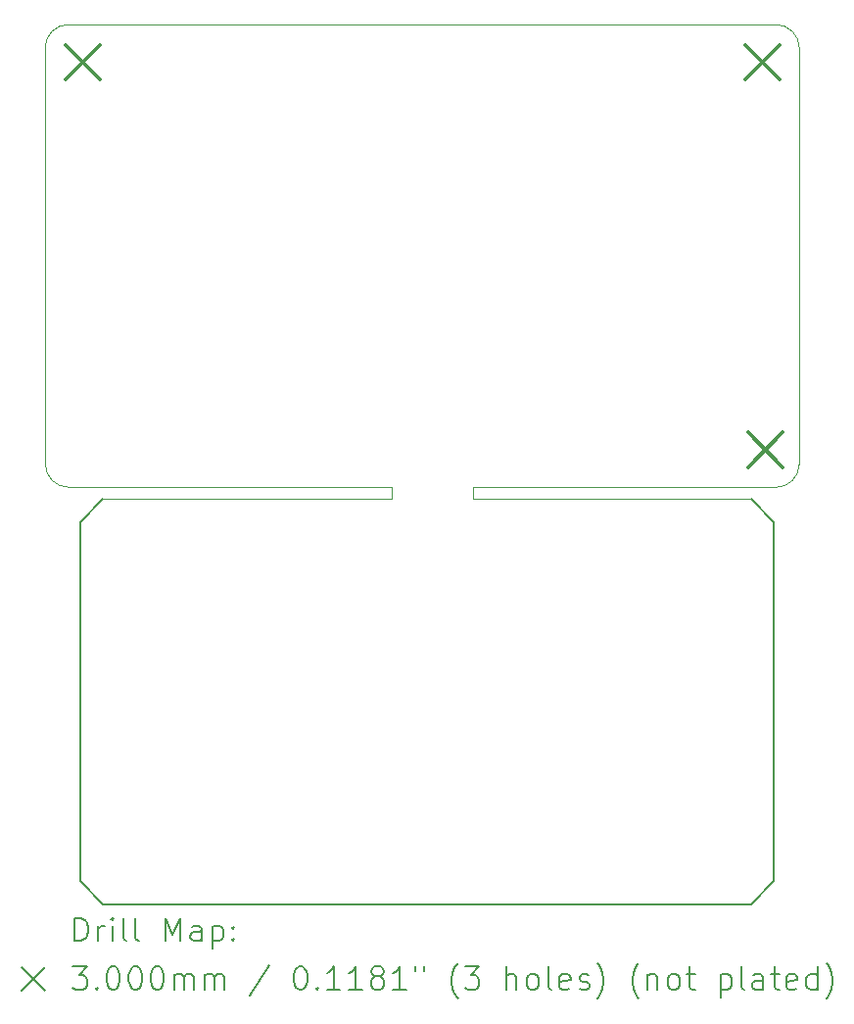
<source format=gbr>
%TF.GenerationSoftware,KiCad,Pcbnew,8.0.1*%
%TF.CreationDate,2024-04-01T21:08:24-04:00*%
%TF.ProjectId,esp32-node-board-40x65,65737033-322d-46e6-9f64-652d626f6172,rev?*%
%TF.SameCoordinates,Original*%
%TF.FileFunction,Drillmap*%
%TF.FilePolarity,Positive*%
%FSLAX45Y45*%
G04 Gerber Fmt 4.5, Leading zero omitted, Abs format (unit mm)*
G04 Created by KiCad (PCBNEW 8.0.1) date 2024-04-01 21:08:24*
%MOMM*%
%LPD*%
G01*
G04 APERTURE LIST*
%ADD10C,0.100000*%
%ADD11C,0.150000*%
%ADD12C,0.200000*%
%ADD13C,0.300000*%
G04 APERTURE END LIST*
D10*
X11700000Y-8025000D02*
X14318579Y-8023579D01*
X11700000Y-8125000D02*
X11700000Y-8025000D01*
X14100000Y-8125000D02*
X11700000Y-8125000D01*
X8201421Y-8023579D02*
X11000000Y-8025000D01*
X11000000Y-8125000D02*
X11000000Y-8025000D01*
X8500000Y-8125000D02*
X11000000Y-8125000D01*
D11*
X14100000Y-11625000D02*
X8500000Y-11625000D01*
X8300000Y-8325000D02*
X8300000Y-11425000D01*
X14300000Y-8325000D02*
X14300000Y-11425000D01*
X8300000Y-11425000D02*
X8500000Y-11625000D01*
X14300000Y-11425000D02*
X14100000Y-11625000D01*
X8500000Y-8125000D02*
X8300000Y-8325000D01*
X14100000Y-8125000D02*
X14300000Y-8325000D01*
D10*
X8000000Y-4225000D02*
X8001421Y-7823579D01*
X14318579Y-4026421D02*
G75*
G02*
X14518579Y-4226421I1J-199999D01*
G01*
X8201421Y-8023579D02*
G75*
G02*
X8001421Y-7823579I-1J199999D01*
G01*
X14518579Y-4226421D02*
X14518579Y-7823579D01*
X8000000Y-4225000D02*
G75*
G02*
X8200000Y-4025000I200000J0D01*
G01*
X14518579Y-7823579D02*
G75*
G02*
X14318579Y-8023579I-199999J-1D01*
G01*
X14318579Y-4026421D02*
X8200000Y-4025000D01*
D12*
D13*
X8175000Y-4203000D02*
X8475000Y-4503000D01*
X8475000Y-4203000D02*
X8175000Y-4503000D01*
X14050000Y-4200000D02*
X14350000Y-4500000D01*
X14350000Y-4200000D02*
X14050000Y-4500000D01*
X14075000Y-7550000D02*
X14375000Y-7850000D01*
X14375000Y-7550000D02*
X14075000Y-7850000D01*
D12*
X8255777Y-11943984D02*
X8255777Y-11743984D01*
X8255777Y-11743984D02*
X8303396Y-11743984D01*
X8303396Y-11743984D02*
X8331967Y-11753508D01*
X8331967Y-11753508D02*
X8351015Y-11772555D01*
X8351015Y-11772555D02*
X8360539Y-11791603D01*
X8360539Y-11791603D02*
X8370062Y-11829698D01*
X8370062Y-11829698D02*
X8370062Y-11858269D01*
X8370062Y-11858269D02*
X8360539Y-11896365D01*
X8360539Y-11896365D02*
X8351015Y-11915412D01*
X8351015Y-11915412D02*
X8331967Y-11934460D01*
X8331967Y-11934460D02*
X8303396Y-11943984D01*
X8303396Y-11943984D02*
X8255777Y-11943984D01*
X8455777Y-11943984D02*
X8455777Y-11810650D01*
X8455777Y-11848746D02*
X8465301Y-11829698D01*
X8465301Y-11829698D02*
X8474824Y-11820174D01*
X8474824Y-11820174D02*
X8493872Y-11810650D01*
X8493872Y-11810650D02*
X8512920Y-11810650D01*
X8579586Y-11943984D02*
X8579586Y-11810650D01*
X8579586Y-11743984D02*
X8570063Y-11753508D01*
X8570063Y-11753508D02*
X8579586Y-11763031D01*
X8579586Y-11763031D02*
X8589110Y-11753508D01*
X8589110Y-11753508D02*
X8579586Y-11743984D01*
X8579586Y-11743984D02*
X8579586Y-11763031D01*
X8703396Y-11943984D02*
X8684348Y-11934460D01*
X8684348Y-11934460D02*
X8674824Y-11915412D01*
X8674824Y-11915412D02*
X8674824Y-11743984D01*
X8808158Y-11943984D02*
X8789110Y-11934460D01*
X8789110Y-11934460D02*
X8779586Y-11915412D01*
X8779586Y-11915412D02*
X8779586Y-11743984D01*
X9036729Y-11943984D02*
X9036729Y-11743984D01*
X9036729Y-11743984D02*
X9103396Y-11886841D01*
X9103396Y-11886841D02*
X9170063Y-11743984D01*
X9170063Y-11743984D02*
X9170063Y-11943984D01*
X9351015Y-11943984D02*
X9351015Y-11839222D01*
X9351015Y-11839222D02*
X9341491Y-11820174D01*
X9341491Y-11820174D02*
X9322444Y-11810650D01*
X9322444Y-11810650D02*
X9284348Y-11810650D01*
X9284348Y-11810650D02*
X9265301Y-11820174D01*
X9351015Y-11934460D02*
X9331967Y-11943984D01*
X9331967Y-11943984D02*
X9284348Y-11943984D01*
X9284348Y-11943984D02*
X9265301Y-11934460D01*
X9265301Y-11934460D02*
X9255777Y-11915412D01*
X9255777Y-11915412D02*
X9255777Y-11896365D01*
X9255777Y-11896365D02*
X9265301Y-11877317D01*
X9265301Y-11877317D02*
X9284348Y-11867793D01*
X9284348Y-11867793D02*
X9331967Y-11867793D01*
X9331967Y-11867793D02*
X9351015Y-11858269D01*
X9446253Y-11810650D02*
X9446253Y-12010650D01*
X9446253Y-11820174D02*
X9465301Y-11810650D01*
X9465301Y-11810650D02*
X9503396Y-11810650D01*
X9503396Y-11810650D02*
X9522444Y-11820174D01*
X9522444Y-11820174D02*
X9531967Y-11829698D01*
X9531967Y-11829698D02*
X9541491Y-11848746D01*
X9541491Y-11848746D02*
X9541491Y-11905888D01*
X9541491Y-11905888D02*
X9531967Y-11924936D01*
X9531967Y-11924936D02*
X9522444Y-11934460D01*
X9522444Y-11934460D02*
X9503396Y-11943984D01*
X9503396Y-11943984D02*
X9465301Y-11943984D01*
X9465301Y-11943984D02*
X9446253Y-11934460D01*
X9627205Y-11924936D02*
X9636729Y-11934460D01*
X9636729Y-11934460D02*
X9627205Y-11943984D01*
X9627205Y-11943984D02*
X9617682Y-11934460D01*
X9617682Y-11934460D02*
X9627205Y-11924936D01*
X9627205Y-11924936D02*
X9627205Y-11943984D01*
X9627205Y-11820174D02*
X9636729Y-11829698D01*
X9636729Y-11829698D02*
X9627205Y-11839222D01*
X9627205Y-11839222D02*
X9617682Y-11829698D01*
X9617682Y-11829698D02*
X9627205Y-11820174D01*
X9627205Y-11820174D02*
X9627205Y-11839222D01*
X7795000Y-12172500D02*
X7995000Y-12372500D01*
X7995000Y-12172500D02*
X7795000Y-12372500D01*
X8236729Y-12163984D02*
X8360539Y-12163984D01*
X8360539Y-12163984D02*
X8293872Y-12240174D01*
X8293872Y-12240174D02*
X8322443Y-12240174D01*
X8322443Y-12240174D02*
X8341491Y-12249698D01*
X8341491Y-12249698D02*
X8351015Y-12259222D01*
X8351015Y-12259222D02*
X8360539Y-12278269D01*
X8360539Y-12278269D02*
X8360539Y-12325888D01*
X8360539Y-12325888D02*
X8351015Y-12344936D01*
X8351015Y-12344936D02*
X8341491Y-12354460D01*
X8341491Y-12354460D02*
X8322443Y-12363984D01*
X8322443Y-12363984D02*
X8265301Y-12363984D01*
X8265301Y-12363984D02*
X8246253Y-12354460D01*
X8246253Y-12354460D02*
X8236729Y-12344936D01*
X8446253Y-12344936D02*
X8455777Y-12354460D01*
X8455777Y-12354460D02*
X8446253Y-12363984D01*
X8446253Y-12363984D02*
X8436729Y-12354460D01*
X8436729Y-12354460D02*
X8446253Y-12344936D01*
X8446253Y-12344936D02*
X8446253Y-12363984D01*
X8579586Y-12163984D02*
X8598634Y-12163984D01*
X8598634Y-12163984D02*
X8617682Y-12173508D01*
X8617682Y-12173508D02*
X8627205Y-12183031D01*
X8627205Y-12183031D02*
X8636729Y-12202079D01*
X8636729Y-12202079D02*
X8646253Y-12240174D01*
X8646253Y-12240174D02*
X8646253Y-12287793D01*
X8646253Y-12287793D02*
X8636729Y-12325888D01*
X8636729Y-12325888D02*
X8627205Y-12344936D01*
X8627205Y-12344936D02*
X8617682Y-12354460D01*
X8617682Y-12354460D02*
X8598634Y-12363984D01*
X8598634Y-12363984D02*
X8579586Y-12363984D01*
X8579586Y-12363984D02*
X8560539Y-12354460D01*
X8560539Y-12354460D02*
X8551015Y-12344936D01*
X8551015Y-12344936D02*
X8541491Y-12325888D01*
X8541491Y-12325888D02*
X8531967Y-12287793D01*
X8531967Y-12287793D02*
X8531967Y-12240174D01*
X8531967Y-12240174D02*
X8541491Y-12202079D01*
X8541491Y-12202079D02*
X8551015Y-12183031D01*
X8551015Y-12183031D02*
X8560539Y-12173508D01*
X8560539Y-12173508D02*
X8579586Y-12163984D01*
X8770063Y-12163984D02*
X8789110Y-12163984D01*
X8789110Y-12163984D02*
X8808158Y-12173508D01*
X8808158Y-12173508D02*
X8817682Y-12183031D01*
X8817682Y-12183031D02*
X8827205Y-12202079D01*
X8827205Y-12202079D02*
X8836729Y-12240174D01*
X8836729Y-12240174D02*
X8836729Y-12287793D01*
X8836729Y-12287793D02*
X8827205Y-12325888D01*
X8827205Y-12325888D02*
X8817682Y-12344936D01*
X8817682Y-12344936D02*
X8808158Y-12354460D01*
X8808158Y-12354460D02*
X8789110Y-12363984D01*
X8789110Y-12363984D02*
X8770063Y-12363984D01*
X8770063Y-12363984D02*
X8751015Y-12354460D01*
X8751015Y-12354460D02*
X8741491Y-12344936D01*
X8741491Y-12344936D02*
X8731967Y-12325888D01*
X8731967Y-12325888D02*
X8722444Y-12287793D01*
X8722444Y-12287793D02*
X8722444Y-12240174D01*
X8722444Y-12240174D02*
X8731967Y-12202079D01*
X8731967Y-12202079D02*
X8741491Y-12183031D01*
X8741491Y-12183031D02*
X8751015Y-12173508D01*
X8751015Y-12173508D02*
X8770063Y-12163984D01*
X8960539Y-12163984D02*
X8979586Y-12163984D01*
X8979586Y-12163984D02*
X8998634Y-12173508D01*
X8998634Y-12173508D02*
X9008158Y-12183031D01*
X9008158Y-12183031D02*
X9017682Y-12202079D01*
X9017682Y-12202079D02*
X9027205Y-12240174D01*
X9027205Y-12240174D02*
X9027205Y-12287793D01*
X9027205Y-12287793D02*
X9017682Y-12325888D01*
X9017682Y-12325888D02*
X9008158Y-12344936D01*
X9008158Y-12344936D02*
X8998634Y-12354460D01*
X8998634Y-12354460D02*
X8979586Y-12363984D01*
X8979586Y-12363984D02*
X8960539Y-12363984D01*
X8960539Y-12363984D02*
X8941491Y-12354460D01*
X8941491Y-12354460D02*
X8931967Y-12344936D01*
X8931967Y-12344936D02*
X8922444Y-12325888D01*
X8922444Y-12325888D02*
X8912920Y-12287793D01*
X8912920Y-12287793D02*
X8912920Y-12240174D01*
X8912920Y-12240174D02*
X8922444Y-12202079D01*
X8922444Y-12202079D02*
X8931967Y-12183031D01*
X8931967Y-12183031D02*
X8941491Y-12173508D01*
X8941491Y-12173508D02*
X8960539Y-12163984D01*
X9112920Y-12363984D02*
X9112920Y-12230650D01*
X9112920Y-12249698D02*
X9122444Y-12240174D01*
X9122444Y-12240174D02*
X9141491Y-12230650D01*
X9141491Y-12230650D02*
X9170063Y-12230650D01*
X9170063Y-12230650D02*
X9189110Y-12240174D01*
X9189110Y-12240174D02*
X9198634Y-12259222D01*
X9198634Y-12259222D02*
X9198634Y-12363984D01*
X9198634Y-12259222D02*
X9208158Y-12240174D01*
X9208158Y-12240174D02*
X9227205Y-12230650D01*
X9227205Y-12230650D02*
X9255777Y-12230650D01*
X9255777Y-12230650D02*
X9274825Y-12240174D01*
X9274825Y-12240174D02*
X9284348Y-12259222D01*
X9284348Y-12259222D02*
X9284348Y-12363984D01*
X9379586Y-12363984D02*
X9379586Y-12230650D01*
X9379586Y-12249698D02*
X9389110Y-12240174D01*
X9389110Y-12240174D02*
X9408158Y-12230650D01*
X9408158Y-12230650D02*
X9436729Y-12230650D01*
X9436729Y-12230650D02*
X9455777Y-12240174D01*
X9455777Y-12240174D02*
X9465301Y-12259222D01*
X9465301Y-12259222D02*
X9465301Y-12363984D01*
X9465301Y-12259222D02*
X9474825Y-12240174D01*
X9474825Y-12240174D02*
X9493872Y-12230650D01*
X9493872Y-12230650D02*
X9522444Y-12230650D01*
X9522444Y-12230650D02*
X9541491Y-12240174D01*
X9541491Y-12240174D02*
X9551015Y-12259222D01*
X9551015Y-12259222D02*
X9551015Y-12363984D01*
X9941491Y-12154460D02*
X9770063Y-12411603D01*
X10198634Y-12163984D02*
X10217682Y-12163984D01*
X10217682Y-12163984D02*
X10236729Y-12173508D01*
X10236729Y-12173508D02*
X10246253Y-12183031D01*
X10246253Y-12183031D02*
X10255777Y-12202079D01*
X10255777Y-12202079D02*
X10265301Y-12240174D01*
X10265301Y-12240174D02*
X10265301Y-12287793D01*
X10265301Y-12287793D02*
X10255777Y-12325888D01*
X10255777Y-12325888D02*
X10246253Y-12344936D01*
X10246253Y-12344936D02*
X10236729Y-12354460D01*
X10236729Y-12354460D02*
X10217682Y-12363984D01*
X10217682Y-12363984D02*
X10198634Y-12363984D01*
X10198634Y-12363984D02*
X10179587Y-12354460D01*
X10179587Y-12354460D02*
X10170063Y-12344936D01*
X10170063Y-12344936D02*
X10160539Y-12325888D01*
X10160539Y-12325888D02*
X10151015Y-12287793D01*
X10151015Y-12287793D02*
X10151015Y-12240174D01*
X10151015Y-12240174D02*
X10160539Y-12202079D01*
X10160539Y-12202079D02*
X10170063Y-12183031D01*
X10170063Y-12183031D02*
X10179587Y-12173508D01*
X10179587Y-12173508D02*
X10198634Y-12163984D01*
X10351015Y-12344936D02*
X10360539Y-12354460D01*
X10360539Y-12354460D02*
X10351015Y-12363984D01*
X10351015Y-12363984D02*
X10341491Y-12354460D01*
X10341491Y-12354460D02*
X10351015Y-12344936D01*
X10351015Y-12344936D02*
X10351015Y-12363984D01*
X10551015Y-12363984D02*
X10436729Y-12363984D01*
X10493872Y-12363984D02*
X10493872Y-12163984D01*
X10493872Y-12163984D02*
X10474825Y-12192555D01*
X10474825Y-12192555D02*
X10455777Y-12211603D01*
X10455777Y-12211603D02*
X10436729Y-12221127D01*
X10741491Y-12363984D02*
X10627206Y-12363984D01*
X10684348Y-12363984D02*
X10684348Y-12163984D01*
X10684348Y-12163984D02*
X10665301Y-12192555D01*
X10665301Y-12192555D02*
X10646253Y-12211603D01*
X10646253Y-12211603D02*
X10627206Y-12221127D01*
X10855777Y-12249698D02*
X10836729Y-12240174D01*
X10836729Y-12240174D02*
X10827206Y-12230650D01*
X10827206Y-12230650D02*
X10817682Y-12211603D01*
X10817682Y-12211603D02*
X10817682Y-12202079D01*
X10817682Y-12202079D02*
X10827206Y-12183031D01*
X10827206Y-12183031D02*
X10836729Y-12173508D01*
X10836729Y-12173508D02*
X10855777Y-12163984D01*
X10855777Y-12163984D02*
X10893872Y-12163984D01*
X10893872Y-12163984D02*
X10912920Y-12173508D01*
X10912920Y-12173508D02*
X10922444Y-12183031D01*
X10922444Y-12183031D02*
X10931968Y-12202079D01*
X10931968Y-12202079D02*
X10931968Y-12211603D01*
X10931968Y-12211603D02*
X10922444Y-12230650D01*
X10922444Y-12230650D02*
X10912920Y-12240174D01*
X10912920Y-12240174D02*
X10893872Y-12249698D01*
X10893872Y-12249698D02*
X10855777Y-12249698D01*
X10855777Y-12249698D02*
X10836729Y-12259222D01*
X10836729Y-12259222D02*
X10827206Y-12268746D01*
X10827206Y-12268746D02*
X10817682Y-12287793D01*
X10817682Y-12287793D02*
X10817682Y-12325888D01*
X10817682Y-12325888D02*
X10827206Y-12344936D01*
X10827206Y-12344936D02*
X10836729Y-12354460D01*
X10836729Y-12354460D02*
X10855777Y-12363984D01*
X10855777Y-12363984D02*
X10893872Y-12363984D01*
X10893872Y-12363984D02*
X10912920Y-12354460D01*
X10912920Y-12354460D02*
X10922444Y-12344936D01*
X10922444Y-12344936D02*
X10931968Y-12325888D01*
X10931968Y-12325888D02*
X10931968Y-12287793D01*
X10931968Y-12287793D02*
X10922444Y-12268746D01*
X10922444Y-12268746D02*
X10912920Y-12259222D01*
X10912920Y-12259222D02*
X10893872Y-12249698D01*
X11122444Y-12363984D02*
X11008158Y-12363984D01*
X11065301Y-12363984D02*
X11065301Y-12163984D01*
X11065301Y-12163984D02*
X11046253Y-12192555D01*
X11046253Y-12192555D02*
X11027206Y-12211603D01*
X11027206Y-12211603D02*
X11008158Y-12221127D01*
X11198634Y-12163984D02*
X11198634Y-12202079D01*
X11274825Y-12163984D02*
X11274825Y-12202079D01*
X11570063Y-12440174D02*
X11560539Y-12430650D01*
X11560539Y-12430650D02*
X11541491Y-12402079D01*
X11541491Y-12402079D02*
X11531968Y-12383031D01*
X11531968Y-12383031D02*
X11522444Y-12354460D01*
X11522444Y-12354460D02*
X11512920Y-12306841D01*
X11512920Y-12306841D02*
X11512920Y-12268746D01*
X11512920Y-12268746D02*
X11522444Y-12221127D01*
X11522444Y-12221127D02*
X11531968Y-12192555D01*
X11531968Y-12192555D02*
X11541491Y-12173508D01*
X11541491Y-12173508D02*
X11560539Y-12144936D01*
X11560539Y-12144936D02*
X11570063Y-12135412D01*
X11627206Y-12163984D02*
X11751015Y-12163984D01*
X11751015Y-12163984D02*
X11684348Y-12240174D01*
X11684348Y-12240174D02*
X11712920Y-12240174D01*
X11712920Y-12240174D02*
X11731968Y-12249698D01*
X11731968Y-12249698D02*
X11741491Y-12259222D01*
X11741491Y-12259222D02*
X11751015Y-12278269D01*
X11751015Y-12278269D02*
X11751015Y-12325888D01*
X11751015Y-12325888D02*
X11741491Y-12344936D01*
X11741491Y-12344936D02*
X11731968Y-12354460D01*
X11731968Y-12354460D02*
X11712920Y-12363984D01*
X11712920Y-12363984D02*
X11655777Y-12363984D01*
X11655777Y-12363984D02*
X11636729Y-12354460D01*
X11636729Y-12354460D02*
X11627206Y-12344936D01*
X11989110Y-12363984D02*
X11989110Y-12163984D01*
X12074825Y-12363984D02*
X12074825Y-12259222D01*
X12074825Y-12259222D02*
X12065301Y-12240174D01*
X12065301Y-12240174D02*
X12046253Y-12230650D01*
X12046253Y-12230650D02*
X12017682Y-12230650D01*
X12017682Y-12230650D02*
X11998634Y-12240174D01*
X11998634Y-12240174D02*
X11989110Y-12249698D01*
X12198634Y-12363984D02*
X12179587Y-12354460D01*
X12179587Y-12354460D02*
X12170063Y-12344936D01*
X12170063Y-12344936D02*
X12160539Y-12325888D01*
X12160539Y-12325888D02*
X12160539Y-12268746D01*
X12160539Y-12268746D02*
X12170063Y-12249698D01*
X12170063Y-12249698D02*
X12179587Y-12240174D01*
X12179587Y-12240174D02*
X12198634Y-12230650D01*
X12198634Y-12230650D02*
X12227206Y-12230650D01*
X12227206Y-12230650D02*
X12246253Y-12240174D01*
X12246253Y-12240174D02*
X12255777Y-12249698D01*
X12255777Y-12249698D02*
X12265301Y-12268746D01*
X12265301Y-12268746D02*
X12265301Y-12325888D01*
X12265301Y-12325888D02*
X12255777Y-12344936D01*
X12255777Y-12344936D02*
X12246253Y-12354460D01*
X12246253Y-12354460D02*
X12227206Y-12363984D01*
X12227206Y-12363984D02*
X12198634Y-12363984D01*
X12379587Y-12363984D02*
X12360539Y-12354460D01*
X12360539Y-12354460D02*
X12351015Y-12335412D01*
X12351015Y-12335412D02*
X12351015Y-12163984D01*
X12531968Y-12354460D02*
X12512920Y-12363984D01*
X12512920Y-12363984D02*
X12474825Y-12363984D01*
X12474825Y-12363984D02*
X12455777Y-12354460D01*
X12455777Y-12354460D02*
X12446253Y-12335412D01*
X12446253Y-12335412D02*
X12446253Y-12259222D01*
X12446253Y-12259222D02*
X12455777Y-12240174D01*
X12455777Y-12240174D02*
X12474825Y-12230650D01*
X12474825Y-12230650D02*
X12512920Y-12230650D01*
X12512920Y-12230650D02*
X12531968Y-12240174D01*
X12531968Y-12240174D02*
X12541491Y-12259222D01*
X12541491Y-12259222D02*
X12541491Y-12278269D01*
X12541491Y-12278269D02*
X12446253Y-12297317D01*
X12617682Y-12354460D02*
X12636730Y-12363984D01*
X12636730Y-12363984D02*
X12674825Y-12363984D01*
X12674825Y-12363984D02*
X12693872Y-12354460D01*
X12693872Y-12354460D02*
X12703396Y-12335412D01*
X12703396Y-12335412D02*
X12703396Y-12325888D01*
X12703396Y-12325888D02*
X12693872Y-12306841D01*
X12693872Y-12306841D02*
X12674825Y-12297317D01*
X12674825Y-12297317D02*
X12646253Y-12297317D01*
X12646253Y-12297317D02*
X12627206Y-12287793D01*
X12627206Y-12287793D02*
X12617682Y-12268746D01*
X12617682Y-12268746D02*
X12617682Y-12259222D01*
X12617682Y-12259222D02*
X12627206Y-12240174D01*
X12627206Y-12240174D02*
X12646253Y-12230650D01*
X12646253Y-12230650D02*
X12674825Y-12230650D01*
X12674825Y-12230650D02*
X12693872Y-12240174D01*
X12770063Y-12440174D02*
X12779587Y-12430650D01*
X12779587Y-12430650D02*
X12798634Y-12402079D01*
X12798634Y-12402079D02*
X12808158Y-12383031D01*
X12808158Y-12383031D02*
X12817682Y-12354460D01*
X12817682Y-12354460D02*
X12827206Y-12306841D01*
X12827206Y-12306841D02*
X12827206Y-12268746D01*
X12827206Y-12268746D02*
X12817682Y-12221127D01*
X12817682Y-12221127D02*
X12808158Y-12192555D01*
X12808158Y-12192555D02*
X12798634Y-12173508D01*
X12798634Y-12173508D02*
X12779587Y-12144936D01*
X12779587Y-12144936D02*
X12770063Y-12135412D01*
X13131968Y-12440174D02*
X13122444Y-12430650D01*
X13122444Y-12430650D02*
X13103396Y-12402079D01*
X13103396Y-12402079D02*
X13093872Y-12383031D01*
X13093872Y-12383031D02*
X13084349Y-12354460D01*
X13084349Y-12354460D02*
X13074825Y-12306841D01*
X13074825Y-12306841D02*
X13074825Y-12268746D01*
X13074825Y-12268746D02*
X13084349Y-12221127D01*
X13084349Y-12221127D02*
X13093872Y-12192555D01*
X13093872Y-12192555D02*
X13103396Y-12173508D01*
X13103396Y-12173508D02*
X13122444Y-12144936D01*
X13122444Y-12144936D02*
X13131968Y-12135412D01*
X13208158Y-12230650D02*
X13208158Y-12363984D01*
X13208158Y-12249698D02*
X13217682Y-12240174D01*
X13217682Y-12240174D02*
X13236730Y-12230650D01*
X13236730Y-12230650D02*
X13265301Y-12230650D01*
X13265301Y-12230650D02*
X13284349Y-12240174D01*
X13284349Y-12240174D02*
X13293872Y-12259222D01*
X13293872Y-12259222D02*
X13293872Y-12363984D01*
X13417682Y-12363984D02*
X13398634Y-12354460D01*
X13398634Y-12354460D02*
X13389111Y-12344936D01*
X13389111Y-12344936D02*
X13379587Y-12325888D01*
X13379587Y-12325888D02*
X13379587Y-12268746D01*
X13379587Y-12268746D02*
X13389111Y-12249698D01*
X13389111Y-12249698D02*
X13398634Y-12240174D01*
X13398634Y-12240174D02*
X13417682Y-12230650D01*
X13417682Y-12230650D02*
X13446253Y-12230650D01*
X13446253Y-12230650D02*
X13465301Y-12240174D01*
X13465301Y-12240174D02*
X13474825Y-12249698D01*
X13474825Y-12249698D02*
X13484349Y-12268746D01*
X13484349Y-12268746D02*
X13484349Y-12325888D01*
X13484349Y-12325888D02*
X13474825Y-12344936D01*
X13474825Y-12344936D02*
X13465301Y-12354460D01*
X13465301Y-12354460D02*
X13446253Y-12363984D01*
X13446253Y-12363984D02*
X13417682Y-12363984D01*
X13541492Y-12230650D02*
X13617682Y-12230650D01*
X13570063Y-12163984D02*
X13570063Y-12335412D01*
X13570063Y-12335412D02*
X13579587Y-12354460D01*
X13579587Y-12354460D02*
X13598634Y-12363984D01*
X13598634Y-12363984D02*
X13617682Y-12363984D01*
X13836730Y-12230650D02*
X13836730Y-12430650D01*
X13836730Y-12240174D02*
X13855777Y-12230650D01*
X13855777Y-12230650D02*
X13893873Y-12230650D01*
X13893873Y-12230650D02*
X13912920Y-12240174D01*
X13912920Y-12240174D02*
X13922444Y-12249698D01*
X13922444Y-12249698D02*
X13931968Y-12268746D01*
X13931968Y-12268746D02*
X13931968Y-12325888D01*
X13931968Y-12325888D02*
X13922444Y-12344936D01*
X13922444Y-12344936D02*
X13912920Y-12354460D01*
X13912920Y-12354460D02*
X13893873Y-12363984D01*
X13893873Y-12363984D02*
X13855777Y-12363984D01*
X13855777Y-12363984D02*
X13836730Y-12354460D01*
X14046253Y-12363984D02*
X14027206Y-12354460D01*
X14027206Y-12354460D02*
X14017682Y-12335412D01*
X14017682Y-12335412D02*
X14017682Y-12163984D01*
X14208158Y-12363984D02*
X14208158Y-12259222D01*
X14208158Y-12259222D02*
X14198634Y-12240174D01*
X14198634Y-12240174D02*
X14179587Y-12230650D01*
X14179587Y-12230650D02*
X14141492Y-12230650D01*
X14141492Y-12230650D02*
X14122444Y-12240174D01*
X14208158Y-12354460D02*
X14189111Y-12363984D01*
X14189111Y-12363984D02*
X14141492Y-12363984D01*
X14141492Y-12363984D02*
X14122444Y-12354460D01*
X14122444Y-12354460D02*
X14112920Y-12335412D01*
X14112920Y-12335412D02*
X14112920Y-12316365D01*
X14112920Y-12316365D02*
X14122444Y-12297317D01*
X14122444Y-12297317D02*
X14141492Y-12287793D01*
X14141492Y-12287793D02*
X14189111Y-12287793D01*
X14189111Y-12287793D02*
X14208158Y-12278269D01*
X14274825Y-12230650D02*
X14351015Y-12230650D01*
X14303396Y-12163984D02*
X14303396Y-12335412D01*
X14303396Y-12335412D02*
X14312920Y-12354460D01*
X14312920Y-12354460D02*
X14331968Y-12363984D01*
X14331968Y-12363984D02*
X14351015Y-12363984D01*
X14493873Y-12354460D02*
X14474825Y-12363984D01*
X14474825Y-12363984D02*
X14436730Y-12363984D01*
X14436730Y-12363984D02*
X14417682Y-12354460D01*
X14417682Y-12354460D02*
X14408158Y-12335412D01*
X14408158Y-12335412D02*
X14408158Y-12259222D01*
X14408158Y-12259222D02*
X14417682Y-12240174D01*
X14417682Y-12240174D02*
X14436730Y-12230650D01*
X14436730Y-12230650D02*
X14474825Y-12230650D01*
X14474825Y-12230650D02*
X14493873Y-12240174D01*
X14493873Y-12240174D02*
X14503396Y-12259222D01*
X14503396Y-12259222D02*
X14503396Y-12278269D01*
X14503396Y-12278269D02*
X14408158Y-12297317D01*
X14674825Y-12363984D02*
X14674825Y-12163984D01*
X14674825Y-12354460D02*
X14655777Y-12363984D01*
X14655777Y-12363984D02*
X14617682Y-12363984D01*
X14617682Y-12363984D02*
X14598634Y-12354460D01*
X14598634Y-12354460D02*
X14589111Y-12344936D01*
X14589111Y-12344936D02*
X14579587Y-12325888D01*
X14579587Y-12325888D02*
X14579587Y-12268746D01*
X14579587Y-12268746D02*
X14589111Y-12249698D01*
X14589111Y-12249698D02*
X14598634Y-12240174D01*
X14598634Y-12240174D02*
X14617682Y-12230650D01*
X14617682Y-12230650D02*
X14655777Y-12230650D01*
X14655777Y-12230650D02*
X14674825Y-12240174D01*
X14751015Y-12440174D02*
X14760539Y-12430650D01*
X14760539Y-12430650D02*
X14779587Y-12402079D01*
X14779587Y-12402079D02*
X14789111Y-12383031D01*
X14789111Y-12383031D02*
X14798634Y-12354460D01*
X14798634Y-12354460D02*
X14808158Y-12306841D01*
X14808158Y-12306841D02*
X14808158Y-12268746D01*
X14808158Y-12268746D02*
X14798634Y-12221127D01*
X14798634Y-12221127D02*
X14789111Y-12192555D01*
X14789111Y-12192555D02*
X14779587Y-12173508D01*
X14779587Y-12173508D02*
X14760539Y-12144936D01*
X14760539Y-12144936D02*
X14751015Y-12135412D01*
M02*

</source>
